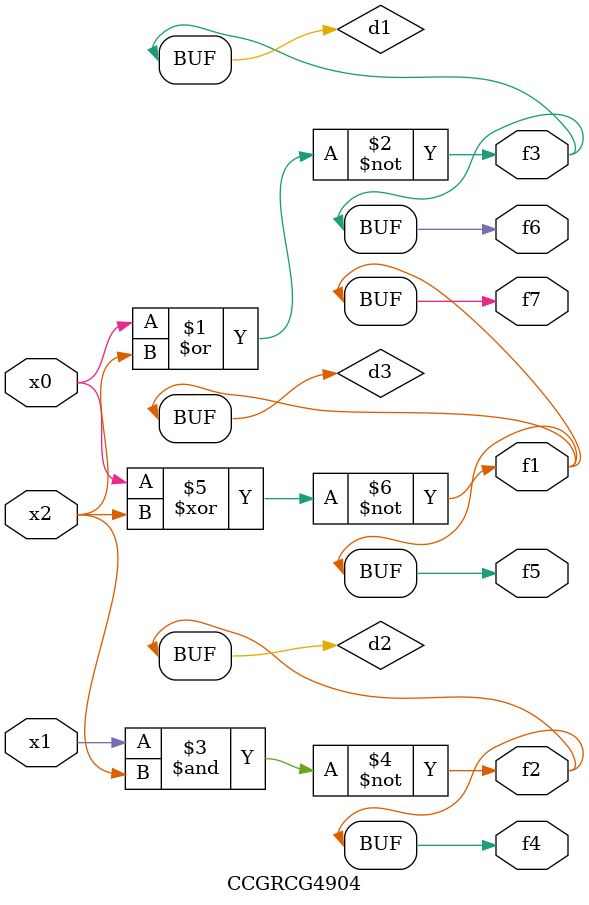
<source format=v>
module CCGRCG4904(
	input x0, x1, x2,
	output f1, f2, f3, f4, f5, f6, f7
);

	wire d1, d2, d3;

	nor (d1, x0, x2);
	nand (d2, x1, x2);
	xnor (d3, x0, x2);
	assign f1 = d3;
	assign f2 = d2;
	assign f3 = d1;
	assign f4 = d2;
	assign f5 = d3;
	assign f6 = d1;
	assign f7 = d3;
endmodule

</source>
